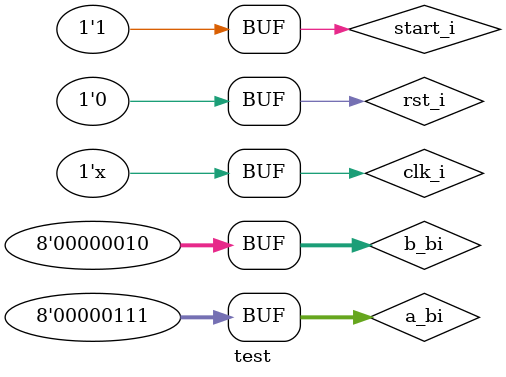
<source format=v>
module test();

reg clk_i, rst_i, start_i;
reg [7:0] a_bi, b_bi;
wire busy_o;
wire [15:0] y_bo;

multer multer_0(clk_i, rst_i, a_bi, b_bi, start_i, busy_o, y_bo);

initial begin
    clk_i = 1; 
    start_i = 1; 
    rst_i = 1;
    #5
    rst_i = 0;
    a_bi = 8'b111;
    b_bi = 8'b10;   
end

always #5 clk_i = ~clk_i;

endmodule
</source>
